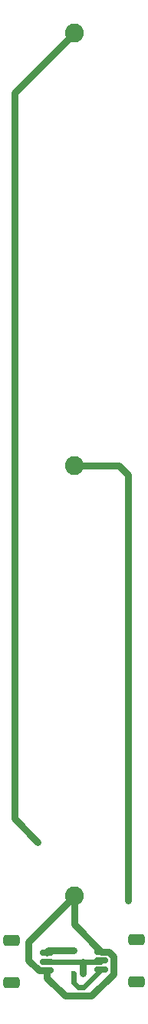
<source format=gbr>
%TF.GenerationSoftware,KiCad,Pcbnew,8.0.5*%
%TF.CreationDate,2025-09-23T17:33:25-05:00*%
%TF.ProjectId,test,74657374-2e6b-4696-9361-645f70636258,rev?*%
%TF.SameCoordinates,Original*%
%TF.FileFunction,Copper,L1,Top*%
%TF.FilePolarity,Positive*%
%FSLAX46Y46*%
G04 Gerber Fmt 4.6, Leading zero omitted, Abs format (unit mm)*
G04 Created by KiCad (PCBNEW 8.0.5) date 2025-09-23 17:33:25*
%MOMM*%
%LPD*%
G01*
G04 APERTURE LIST*
G04 Aperture macros list*
%AMRoundRect*
0 Rectangle with rounded corners*
0 $1 Rounding radius*
0 $2 $3 $4 $5 $6 $7 $8 $9 X,Y pos of 4 corners*
0 Add a 4 corners polygon primitive as box body*
4,1,4,$2,$3,$4,$5,$6,$7,$8,$9,$2,$3,0*
0 Add four circle primitives for the rounded corners*
1,1,$1+$1,$2,$3*
1,1,$1+$1,$4,$5*
1,1,$1+$1,$6,$7*
1,1,$1+$1,$8,$9*
0 Add four rect primitives between the rounded corners*
20,1,$1+$1,$2,$3,$4,$5,0*
20,1,$1+$1,$4,$5,$6,$7,0*
20,1,$1+$1,$6,$7,$8,$9,0*
20,1,$1+$1,$8,$9,$2,$3,0*%
G04 Aperture macros list end*
%TA.AperFunction,SMDPad,CuDef*%
%ADD10RoundRect,0.150000X-0.625000X0.150000X-0.625000X-0.150000X0.625000X-0.150000X0.625000X0.150000X0*%
%TD*%
%TA.AperFunction,SMDPad,CuDef*%
%ADD11RoundRect,0.250000X-0.650000X0.350000X-0.650000X-0.350000X0.650000X-0.350000X0.650000X0.350000X0*%
%TD*%
%TA.AperFunction,SMDPad,CuDef*%
%ADD12RoundRect,0.150000X0.625000X-0.150000X0.625000X0.150000X-0.625000X0.150000X-0.625000X-0.150000X0*%
%TD*%
%TA.AperFunction,SMDPad,CuDef*%
%ADD13RoundRect,0.250000X0.650000X-0.350000X0.650000X0.350000X-0.650000X0.350000X-0.650000X-0.350000X0*%
%TD*%
%TA.AperFunction,SMDPad,CuDef*%
%ADD14C,2.082800*%
%TD*%
%TA.AperFunction,ViaPad*%
%ADD15C,0.600000*%
%TD*%
%TA.AperFunction,Conductor*%
%ADD16C,0.800000*%
%TD*%
%TA.AperFunction,Conductor*%
%ADD17C,0.600000*%
%TD*%
G04 APERTURE END LIST*
D10*
%TO.P,Connector2,1,1*%
%TO.N,GND*%
X155500000Y-147200000D03*
%TO.P,Connector2,2,2*%
%TO.N,Signal*%
X155500000Y-148200000D03*
%TO.P,Connector2,3,3*%
%TO.N,+3.3V*%
X155500000Y-149200000D03*
D11*
%TO.P,Connector2,MP*%
%TO.N,N/C*%
X151625000Y-145900000D03*
X151625000Y-150500000D03*
%TD*%
D12*
%TO.P,Connector1,1,1*%
%TO.N,GND*%
X161500000Y-149106501D03*
%TO.P,Connector1,2,2*%
%TO.N,Signal*%
X161500000Y-148106501D03*
%TO.P,Connector1,3,3*%
%TO.N,+3.3V*%
X161500000Y-147106501D03*
D13*
%TO.P,Connector1,MP*%
%TO.N,N/C*%
X165375000Y-150406501D03*
X165375000Y-145806501D03*
%TD*%
D14*
%TO.P,Ground1,1,1*%
%TO.N,GND*%
X158509500Y-45745501D03*
%TD*%
%TO.P,J2,1,1*%
%TO.N,Signal*%
X158509500Y-93490501D03*
%TD*%
%TO.P,Power1,1,1*%
%TO.N,+3.3V*%
X158509500Y-140990501D03*
%TD*%
D15*
%TO.N,GND*%
X158500000Y-147000000D03*
X158500000Y-149500000D03*
X154500000Y-135000000D03*
%TO.N,Signal*%
X159500000Y-149500000D03*
X164500000Y-141500000D03*
%TD*%
D16*
%TO.N,Signal*%
X159500000Y-149500000D02*
X159500000Y-148200000D01*
D17*
X159500000Y-148200000D02*
X161406501Y-148200000D01*
X155500000Y-148200000D02*
X159500000Y-148200000D01*
%TO.N,GND*%
X159000000Y-151000000D02*
X158500000Y-150500000D01*
X159606501Y-151000000D02*
X159000000Y-151000000D01*
X161500000Y-149106501D02*
X159606501Y-151000000D01*
X158500000Y-150500000D02*
X158500000Y-149500000D01*
%TO.N,Signal*%
X161406501Y-148200000D02*
X161500000Y-148106501D01*
D16*
%TO.N,GND*%
X155700000Y-147000000D02*
X155500000Y-147200000D01*
X158500000Y-147000000D02*
X155700000Y-147000000D01*
%TO.N,+3.3V*%
X155500000Y-150000000D02*
X155500000Y-149200000D01*
X160446317Y-152000000D02*
X157500000Y-152000000D01*
X162875000Y-149571317D02*
X160446317Y-152000000D01*
X162875000Y-147641685D02*
X162875000Y-149571317D01*
X157500000Y-152000000D02*
X155500000Y-150000000D01*
X162339816Y-147106501D02*
X162875000Y-147641685D01*
X161500000Y-147106501D02*
X162339816Y-147106501D01*
X158509500Y-144116001D02*
X161500000Y-147106501D01*
X158509500Y-140990501D02*
X158509500Y-144116001D01*
X154660184Y-149200000D02*
X155500000Y-149200000D01*
X153500000Y-148039816D02*
X154660184Y-149200000D01*
X153500000Y-146000001D02*
X153500000Y-148039816D01*
X158509500Y-140990501D02*
X153500000Y-146000001D01*
%TO.N,GND*%
X151919000Y-52336001D02*
X151919000Y-76500000D01*
X151919000Y-76500000D02*
X151919000Y-132419000D01*
X158509500Y-45745501D02*
X151919000Y-52336001D01*
X151919000Y-132419000D02*
X154500000Y-135000000D01*
%TO.N,Signal*%
X164500000Y-94500000D02*
X164500000Y-141500000D01*
X163490501Y-93490501D02*
X164500000Y-94500000D01*
X158509500Y-93490501D02*
X163490501Y-93490501D01*
%TD*%
M02*

</source>
